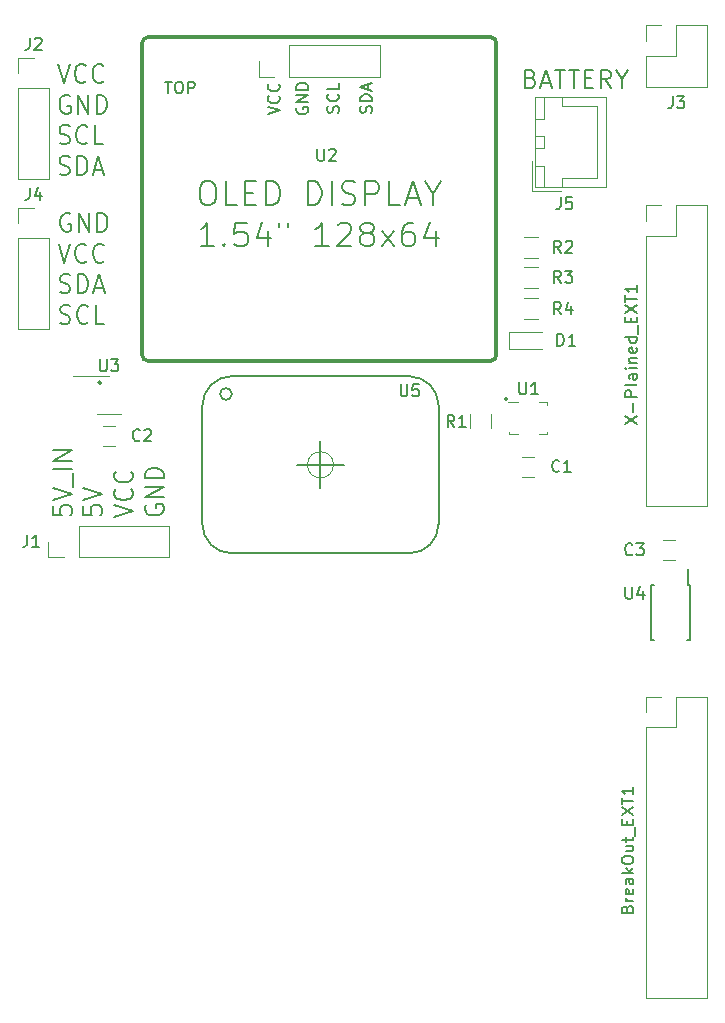
<source format=gbr>
G04 #@! TF.GenerationSoftware,KiCad,Pcbnew,(5.0.0)*
G04 #@! TF.CreationDate,2019-01-20T19:44:52-05:00*
G04 #@! TF.ProjectId,AVR_LCD 2.0,4156525F4C434420322E302E6B696361,rev?*
G04 #@! TF.SameCoordinates,Original*
G04 #@! TF.FileFunction,Legend,Top*
G04 #@! TF.FilePolarity,Positive*
%FSLAX46Y46*%
G04 Gerber Fmt 4.6, Leading zero omitted, Abs format (unit mm)*
G04 Created by KiCad (PCBNEW (5.0.0)) date 01/20/19 19:44:52*
%MOMM*%
%LPD*%
G01*
G04 APERTURE LIST*
%ADD10C,0.200000*%
%ADD11C,0.150000*%
%ADD12C,0.120000*%
%ADD13C,0.100000*%
%ADD14C,0.300000*%
G04 APERTURE END LIST*
D10*
X100240000Y-58292857D02*
X100454285Y-58364285D01*
X100525714Y-58435714D01*
X100597142Y-58578571D01*
X100597142Y-58792857D01*
X100525714Y-58935714D01*
X100454285Y-59007142D01*
X100311428Y-59078571D01*
X99740000Y-59078571D01*
X99740000Y-57578571D01*
X100240000Y-57578571D01*
X100382857Y-57650000D01*
X100454285Y-57721428D01*
X100525714Y-57864285D01*
X100525714Y-58007142D01*
X100454285Y-58150000D01*
X100382857Y-58221428D01*
X100240000Y-58292857D01*
X99740000Y-58292857D01*
X101168571Y-58650000D02*
X101882857Y-58650000D01*
X101025714Y-59078571D02*
X101525714Y-57578571D01*
X102025714Y-59078571D01*
X102311428Y-57578571D02*
X103168571Y-57578571D01*
X102740000Y-59078571D02*
X102740000Y-57578571D01*
X103454285Y-57578571D02*
X104311428Y-57578571D01*
X103882857Y-59078571D02*
X103882857Y-57578571D01*
X104811428Y-58292857D02*
X105311428Y-58292857D01*
X105525714Y-59078571D02*
X104811428Y-59078571D01*
X104811428Y-57578571D01*
X105525714Y-57578571D01*
X107025714Y-59078571D02*
X106525714Y-58364285D01*
X106168571Y-59078571D02*
X106168571Y-57578571D01*
X106740000Y-57578571D01*
X106882857Y-57650000D01*
X106954285Y-57721428D01*
X107025714Y-57864285D01*
X107025714Y-58078571D01*
X106954285Y-58221428D01*
X106882857Y-58292857D01*
X106740000Y-58364285D01*
X106168571Y-58364285D01*
X107954285Y-58364285D02*
X107954285Y-59078571D01*
X107454285Y-57578571D02*
X107954285Y-58364285D01*
X108454285Y-57578571D01*
X59763809Y-94498571D02*
X59763809Y-95212857D01*
X60525714Y-95284285D01*
X60449523Y-95212857D01*
X60373333Y-95070000D01*
X60373333Y-94712857D01*
X60449523Y-94570000D01*
X60525714Y-94498571D01*
X60678095Y-94427142D01*
X61059047Y-94427142D01*
X61211428Y-94498571D01*
X61287619Y-94570000D01*
X61363809Y-94712857D01*
X61363809Y-95070000D01*
X61287619Y-95212857D01*
X61211428Y-95284285D01*
X59763809Y-93998571D02*
X61363809Y-93498571D01*
X59763809Y-92998571D01*
X61516190Y-92855714D02*
X61516190Y-91712857D01*
X61363809Y-91355714D02*
X59763809Y-91355714D01*
X61363809Y-90641428D02*
X59763809Y-90641428D01*
X61363809Y-89784285D01*
X59763809Y-89784285D01*
X62363809Y-94498571D02*
X62363809Y-95212857D01*
X63125714Y-95284285D01*
X63049523Y-95212857D01*
X62973333Y-95070000D01*
X62973333Y-94712857D01*
X63049523Y-94570000D01*
X63125714Y-94498571D01*
X63278095Y-94427142D01*
X63659047Y-94427142D01*
X63811428Y-94498571D01*
X63887619Y-94570000D01*
X63963809Y-94712857D01*
X63963809Y-95070000D01*
X63887619Y-95212857D01*
X63811428Y-95284285D01*
X62363809Y-93998571D02*
X63963809Y-93498571D01*
X62363809Y-92998571D01*
X64963809Y-95427142D02*
X66563809Y-94927142D01*
X64963809Y-94427142D01*
X66411428Y-93070000D02*
X66487619Y-93141428D01*
X66563809Y-93355714D01*
X66563809Y-93498571D01*
X66487619Y-93712857D01*
X66335238Y-93855714D01*
X66182857Y-93927142D01*
X65878095Y-93998571D01*
X65649523Y-93998571D01*
X65344761Y-93927142D01*
X65192380Y-93855714D01*
X65040000Y-93712857D01*
X64963809Y-93498571D01*
X64963809Y-93355714D01*
X65040000Y-93141428D01*
X65116190Y-93070000D01*
X66411428Y-91570000D02*
X66487619Y-91641428D01*
X66563809Y-91855714D01*
X66563809Y-91998571D01*
X66487619Y-92212857D01*
X66335238Y-92355714D01*
X66182857Y-92427142D01*
X65878095Y-92498571D01*
X65649523Y-92498571D01*
X65344761Y-92427142D01*
X65192380Y-92355714D01*
X65040000Y-92212857D01*
X64963809Y-91998571D01*
X64963809Y-91855714D01*
X65040000Y-91641428D01*
X65116190Y-91570000D01*
X67640000Y-94427142D02*
X67563809Y-94570000D01*
X67563809Y-94784285D01*
X67640000Y-94998571D01*
X67792380Y-95141428D01*
X67944761Y-95212857D01*
X68249523Y-95284285D01*
X68478095Y-95284285D01*
X68782857Y-95212857D01*
X68935238Y-95141428D01*
X69087619Y-94998571D01*
X69163809Y-94784285D01*
X69163809Y-94641428D01*
X69087619Y-94427142D01*
X69011428Y-94355714D01*
X68478095Y-94355714D01*
X68478095Y-94641428D01*
X69163809Y-93712857D02*
X67563809Y-93712857D01*
X69163809Y-92855714D01*
X67563809Y-92855714D01*
X69163809Y-92141428D02*
X67563809Y-92141428D01*
X67563809Y-91784285D01*
X67640000Y-91570000D01*
X67792380Y-91427142D01*
X67944761Y-91355714D01*
X68249523Y-91284285D01*
X68478095Y-91284285D01*
X68782857Y-91355714D01*
X68935238Y-91427142D01*
X69087619Y-91570000D01*
X69163809Y-91784285D01*
X69163809Y-92141428D01*
X63898114Y-84050000D02*
G75*
G03X63898114Y-84050000I-158114J0D01*
G01*
X61262857Y-69750000D02*
X61120000Y-69673809D01*
X60905714Y-69673809D01*
X60691428Y-69750000D01*
X60548571Y-69902380D01*
X60477142Y-70054761D01*
X60405714Y-70359523D01*
X60405714Y-70588095D01*
X60477142Y-70892857D01*
X60548571Y-71045238D01*
X60691428Y-71197619D01*
X60905714Y-71273809D01*
X61048571Y-71273809D01*
X61262857Y-71197619D01*
X61334285Y-71121428D01*
X61334285Y-70588095D01*
X61048571Y-70588095D01*
X61977142Y-71273809D02*
X61977142Y-69673809D01*
X62834285Y-71273809D01*
X62834285Y-69673809D01*
X63548571Y-71273809D02*
X63548571Y-69673809D01*
X63905714Y-69673809D01*
X64120000Y-69750000D01*
X64262857Y-69902380D01*
X64334285Y-70054761D01*
X64405714Y-70359523D01*
X64405714Y-70588095D01*
X64334285Y-70892857D01*
X64262857Y-71045238D01*
X64120000Y-71197619D01*
X63905714Y-71273809D01*
X63548571Y-71273809D01*
X60262857Y-72273809D02*
X60762857Y-73873809D01*
X61262857Y-72273809D01*
X62620000Y-73721428D02*
X62548571Y-73797619D01*
X62334285Y-73873809D01*
X62191428Y-73873809D01*
X61977142Y-73797619D01*
X61834285Y-73645238D01*
X61762857Y-73492857D01*
X61691428Y-73188095D01*
X61691428Y-72959523D01*
X61762857Y-72654761D01*
X61834285Y-72502380D01*
X61977142Y-72350000D01*
X62191428Y-72273809D01*
X62334285Y-72273809D01*
X62548571Y-72350000D01*
X62620000Y-72426190D01*
X64120000Y-73721428D02*
X64048571Y-73797619D01*
X63834285Y-73873809D01*
X63691428Y-73873809D01*
X63477142Y-73797619D01*
X63334285Y-73645238D01*
X63262857Y-73492857D01*
X63191428Y-73188095D01*
X63191428Y-72959523D01*
X63262857Y-72654761D01*
X63334285Y-72502380D01*
X63477142Y-72350000D01*
X63691428Y-72273809D01*
X63834285Y-72273809D01*
X64048571Y-72350000D01*
X64120000Y-72426190D01*
X60405714Y-76397619D02*
X60620000Y-76473809D01*
X60977142Y-76473809D01*
X61120000Y-76397619D01*
X61191428Y-76321428D01*
X61262857Y-76169047D01*
X61262857Y-76016666D01*
X61191428Y-75864285D01*
X61120000Y-75788095D01*
X60977142Y-75711904D01*
X60691428Y-75635714D01*
X60548571Y-75559523D01*
X60477142Y-75483333D01*
X60405714Y-75330952D01*
X60405714Y-75178571D01*
X60477142Y-75026190D01*
X60548571Y-74950000D01*
X60691428Y-74873809D01*
X61048571Y-74873809D01*
X61262857Y-74950000D01*
X61905714Y-76473809D02*
X61905714Y-74873809D01*
X62262857Y-74873809D01*
X62477142Y-74950000D01*
X62620000Y-75102380D01*
X62691428Y-75254761D01*
X62762857Y-75559523D01*
X62762857Y-75788095D01*
X62691428Y-76092857D01*
X62620000Y-76245238D01*
X62477142Y-76397619D01*
X62262857Y-76473809D01*
X61905714Y-76473809D01*
X63334285Y-76016666D02*
X64048571Y-76016666D01*
X63191428Y-76473809D02*
X63691428Y-74873809D01*
X64191428Y-76473809D01*
X60405714Y-78997619D02*
X60620000Y-79073809D01*
X60977142Y-79073809D01*
X61120000Y-78997619D01*
X61191428Y-78921428D01*
X61262857Y-78769047D01*
X61262857Y-78616666D01*
X61191428Y-78464285D01*
X61120000Y-78388095D01*
X60977142Y-78311904D01*
X60691428Y-78235714D01*
X60548571Y-78159523D01*
X60477142Y-78083333D01*
X60405714Y-77930952D01*
X60405714Y-77778571D01*
X60477142Y-77626190D01*
X60548571Y-77550000D01*
X60691428Y-77473809D01*
X61048571Y-77473809D01*
X61262857Y-77550000D01*
X62762857Y-78921428D02*
X62691428Y-78997619D01*
X62477142Y-79073809D01*
X62334285Y-79073809D01*
X62120000Y-78997619D01*
X61977142Y-78845238D01*
X61905714Y-78692857D01*
X61834285Y-78388095D01*
X61834285Y-78159523D01*
X61905714Y-77854761D01*
X61977142Y-77702380D01*
X62120000Y-77550000D01*
X62334285Y-77473809D01*
X62477142Y-77473809D01*
X62691428Y-77550000D01*
X62762857Y-77626190D01*
X64120000Y-79073809D02*
X63405714Y-79073809D01*
X63405714Y-77473809D01*
X60212857Y-57073809D02*
X60712857Y-58673809D01*
X61212857Y-57073809D01*
X62570000Y-58521428D02*
X62498571Y-58597619D01*
X62284285Y-58673809D01*
X62141428Y-58673809D01*
X61927142Y-58597619D01*
X61784285Y-58445238D01*
X61712857Y-58292857D01*
X61641428Y-57988095D01*
X61641428Y-57759523D01*
X61712857Y-57454761D01*
X61784285Y-57302380D01*
X61927142Y-57150000D01*
X62141428Y-57073809D01*
X62284285Y-57073809D01*
X62498571Y-57150000D01*
X62570000Y-57226190D01*
X64070000Y-58521428D02*
X63998571Y-58597619D01*
X63784285Y-58673809D01*
X63641428Y-58673809D01*
X63427142Y-58597619D01*
X63284285Y-58445238D01*
X63212857Y-58292857D01*
X63141428Y-57988095D01*
X63141428Y-57759523D01*
X63212857Y-57454761D01*
X63284285Y-57302380D01*
X63427142Y-57150000D01*
X63641428Y-57073809D01*
X63784285Y-57073809D01*
X63998571Y-57150000D01*
X64070000Y-57226190D01*
X61212857Y-59750000D02*
X61070000Y-59673809D01*
X60855714Y-59673809D01*
X60641428Y-59750000D01*
X60498571Y-59902380D01*
X60427142Y-60054761D01*
X60355714Y-60359523D01*
X60355714Y-60588095D01*
X60427142Y-60892857D01*
X60498571Y-61045238D01*
X60641428Y-61197619D01*
X60855714Y-61273809D01*
X60998571Y-61273809D01*
X61212857Y-61197619D01*
X61284285Y-61121428D01*
X61284285Y-60588095D01*
X60998571Y-60588095D01*
X61927142Y-61273809D02*
X61927142Y-59673809D01*
X62784285Y-61273809D01*
X62784285Y-59673809D01*
X63498571Y-61273809D02*
X63498571Y-59673809D01*
X63855714Y-59673809D01*
X64070000Y-59750000D01*
X64212857Y-59902380D01*
X64284285Y-60054761D01*
X64355714Y-60359523D01*
X64355714Y-60588095D01*
X64284285Y-60892857D01*
X64212857Y-61045238D01*
X64070000Y-61197619D01*
X63855714Y-61273809D01*
X63498571Y-61273809D01*
X60355714Y-63797619D02*
X60570000Y-63873809D01*
X60927142Y-63873809D01*
X61070000Y-63797619D01*
X61141428Y-63721428D01*
X61212857Y-63569047D01*
X61212857Y-63416666D01*
X61141428Y-63264285D01*
X61070000Y-63188095D01*
X60927142Y-63111904D01*
X60641428Y-63035714D01*
X60498571Y-62959523D01*
X60427142Y-62883333D01*
X60355714Y-62730952D01*
X60355714Y-62578571D01*
X60427142Y-62426190D01*
X60498571Y-62350000D01*
X60641428Y-62273809D01*
X60998571Y-62273809D01*
X61212857Y-62350000D01*
X62712857Y-63721428D02*
X62641428Y-63797619D01*
X62427142Y-63873809D01*
X62284285Y-63873809D01*
X62070000Y-63797619D01*
X61927142Y-63645238D01*
X61855714Y-63492857D01*
X61784285Y-63188095D01*
X61784285Y-62959523D01*
X61855714Y-62654761D01*
X61927142Y-62502380D01*
X62070000Y-62350000D01*
X62284285Y-62273809D01*
X62427142Y-62273809D01*
X62641428Y-62350000D01*
X62712857Y-62426190D01*
X64070000Y-63873809D02*
X63355714Y-63873809D01*
X63355714Y-62273809D01*
X60355714Y-66397619D02*
X60570000Y-66473809D01*
X60927142Y-66473809D01*
X61070000Y-66397619D01*
X61141428Y-66321428D01*
X61212857Y-66169047D01*
X61212857Y-66016666D01*
X61141428Y-65864285D01*
X61070000Y-65788095D01*
X60927142Y-65711904D01*
X60641428Y-65635714D01*
X60498571Y-65559523D01*
X60427142Y-65483333D01*
X60355714Y-65330952D01*
X60355714Y-65178571D01*
X60427142Y-65026190D01*
X60498571Y-64950000D01*
X60641428Y-64873809D01*
X60998571Y-64873809D01*
X61212857Y-64950000D01*
X61855714Y-66473809D02*
X61855714Y-64873809D01*
X62212857Y-64873809D01*
X62427142Y-64950000D01*
X62570000Y-65102380D01*
X62641428Y-65254761D01*
X62712857Y-65559523D01*
X62712857Y-65788095D01*
X62641428Y-66092857D01*
X62570000Y-66245238D01*
X62427142Y-66397619D01*
X62212857Y-66473809D01*
X61855714Y-66473809D01*
X63284285Y-66016666D02*
X63998571Y-66016666D01*
X63141428Y-66473809D02*
X63641428Y-64873809D01*
X64141428Y-66473809D01*
D11*
X98256500Y-85434500D02*
G75*
G03X98256500Y-85434500I-127000J0D01*
G01*
D12*
G04 #@! TO.C,BreakOut_EXT1*
X109970000Y-110620000D02*
X111300000Y-110620000D01*
X109970000Y-111950000D02*
X109970000Y-110620000D01*
X112570000Y-110620000D02*
X115170000Y-110620000D01*
X112570000Y-113220000D02*
X112570000Y-110620000D01*
X109970000Y-113220000D02*
X112570000Y-113220000D01*
X115170000Y-110620000D02*
X115170000Y-136140000D01*
X109970000Y-113220000D02*
X109970000Y-136140000D01*
X109970000Y-136140000D02*
X115170000Y-136140000D01*
G04 #@! TO.C,C1*
X99534000Y-91999500D02*
X100534000Y-91999500D01*
X100534000Y-90299500D02*
X99534000Y-90299500D01*
G04 #@! TO.C,C2*
X64040000Y-89400000D02*
X65040000Y-89400000D01*
X65040000Y-87700000D02*
X64040000Y-87700000D01*
G04 #@! TO.C,C3*
X112424000Y-97357000D02*
X111424000Y-97357000D01*
X111424000Y-99057000D02*
X112424000Y-99057000D01*
G04 #@! TO.C,D1*
X98425000Y-79764000D02*
X101225000Y-79764000D01*
X98425000Y-81164000D02*
X101225000Y-81164000D01*
X98425000Y-79764000D02*
X98425000Y-81164000D01*
G04 #@! TO.C,J1*
X59370000Y-98830000D02*
X59370000Y-97500000D01*
X60700000Y-98830000D02*
X59370000Y-98830000D01*
X61970000Y-98830000D02*
X61970000Y-96170000D01*
X61970000Y-96170000D02*
X69650000Y-96170000D01*
X61970000Y-98830000D02*
X69650000Y-98830000D01*
X69650000Y-98830000D02*
X69650000Y-96170000D01*
G04 #@! TO.C,J2*
X56830000Y-56530000D02*
X58160000Y-56530000D01*
X56830000Y-57860000D02*
X56830000Y-56530000D01*
X56830000Y-59130000D02*
X59490000Y-59130000D01*
X59490000Y-59130000D02*
X59490000Y-66810000D01*
X56830000Y-59130000D02*
X56830000Y-66810000D01*
X56830000Y-66810000D02*
X59490000Y-66810000D01*
G04 #@! TO.C,J3*
X109970000Y-53780000D02*
X111300000Y-53780000D01*
X109970000Y-55110000D02*
X109970000Y-53780000D01*
X112570000Y-53780000D02*
X115170000Y-53780000D01*
X112570000Y-56380000D02*
X112570000Y-53780000D01*
X109970000Y-56380000D02*
X112570000Y-56380000D01*
X115170000Y-53780000D02*
X115170000Y-58980000D01*
X109970000Y-56380000D02*
X109970000Y-58980000D01*
X109970000Y-58980000D02*
X115170000Y-58980000D01*
G04 #@! TO.C,J4*
X56830000Y-79510000D02*
X59490000Y-79510000D01*
X56830000Y-71830000D02*
X56830000Y-79510000D01*
X59490000Y-71830000D02*
X59490000Y-79510000D01*
X56830000Y-71830000D02*
X59490000Y-71830000D01*
X56830000Y-70560000D02*
X56830000Y-69230000D01*
X56830000Y-69230000D02*
X58160000Y-69230000D01*
G04 #@! TO.C,J5*
X100340000Y-67800000D02*
X102840000Y-67800000D01*
X100340000Y-65300000D02*
X100340000Y-67800000D01*
X105840000Y-60650000D02*
X105840000Y-63700000D01*
X102890000Y-60650000D02*
X105840000Y-60650000D01*
X102890000Y-59900000D02*
X102890000Y-60650000D01*
X105840000Y-66750000D02*
X105840000Y-63700000D01*
X102890000Y-66750000D02*
X105840000Y-66750000D01*
X102890000Y-67500000D02*
X102890000Y-66750000D01*
X100640000Y-59900000D02*
X100640000Y-61700000D01*
X101390000Y-59900000D02*
X100640000Y-59900000D01*
X101390000Y-61700000D02*
X101390000Y-59900000D01*
X100640000Y-61700000D02*
X101390000Y-61700000D01*
X100640000Y-65700000D02*
X100640000Y-67500000D01*
X101390000Y-65700000D02*
X100640000Y-65700000D01*
X101390000Y-67500000D02*
X101390000Y-65700000D01*
X100640000Y-67500000D02*
X101390000Y-67500000D01*
X100640000Y-63200000D02*
X100640000Y-64200000D01*
X101390000Y-63200000D02*
X100640000Y-63200000D01*
X101390000Y-64200000D02*
X101390000Y-63200000D01*
X100640000Y-64200000D02*
X101390000Y-64200000D01*
X100640000Y-59900000D02*
X100640000Y-67500000D01*
X106590000Y-59900000D02*
X100640000Y-59900000D01*
X106590000Y-67500000D02*
X106590000Y-59900000D01*
X100640000Y-67500000D02*
X106590000Y-67500000D01*
G04 #@! TO.C,R1*
X95090500Y-87873500D02*
X95090500Y-86673500D01*
X96850500Y-86673500D02*
X96850500Y-87873500D01*
G04 #@! TO.C,R2*
X100843000Y-73470000D02*
X99643000Y-73470000D01*
X99643000Y-71710000D02*
X100843000Y-71710000D01*
G04 #@! TO.C,R3*
X99643000Y-74250000D02*
X100843000Y-74250000D01*
X100843000Y-76010000D02*
X99643000Y-76010000D01*
G04 #@! TO.C,R4*
X100843000Y-78677000D02*
X99643000Y-78677000D01*
X99643000Y-76917000D02*
X100843000Y-76917000D01*
D13*
G04 #@! TO.C,U1*
X101642000Y-85723500D02*
X101642000Y-85943500D01*
X100922000Y-85723500D02*
X101642000Y-85723500D01*
X101642000Y-88423500D02*
X100922000Y-88423500D01*
X101642000Y-88203500D02*
X101642000Y-88423500D01*
X98442000Y-88423500D02*
X98442000Y-88203500D01*
X98442000Y-88423500D02*
X99162000Y-88423500D01*
X98342000Y-85723500D02*
X99162000Y-85723500D01*
D12*
G04 #@! TO.C,U2*
X77210000Y-58130000D02*
X77210000Y-56800000D01*
X78540000Y-58130000D02*
X77210000Y-58130000D01*
X79810000Y-58130000D02*
X79810000Y-55470000D01*
X79810000Y-55470000D02*
X87490000Y-55470000D01*
X79810000Y-58130000D02*
X87490000Y-58130000D01*
X87490000Y-58130000D02*
X87490000Y-55470000D01*
D14*
X78540000Y-54800000D02*
X90240000Y-54800000D01*
X96840000Y-54800000D02*
X90240000Y-54800000D01*
X96840000Y-54800000D02*
G75*
G02X97340000Y-55300000I0J-500000D01*
G01*
X67840000Y-54800000D02*
X78540000Y-54800000D01*
X67340000Y-55300000D02*
G75*
G02X67840000Y-54800000I500000J0D01*
G01*
X82940000Y-82200000D02*
X85140000Y-82200000D01*
X85140000Y-82200000D02*
X85340000Y-82200000D01*
X97340000Y-81700000D02*
G75*
G02X96840000Y-82200000I-500000J0D01*
G01*
X96840000Y-82200000D02*
X86140000Y-82200000D01*
X67840000Y-82200000D02*
G75*
G02X67340000Y-81700000I0J500000D01*
G01*
X67840000Y-82200000D02*
X74440000Y-82200000D01*
X86140000Y-82200000D02*
X74440000Y-82200000D01*
X97340000Y-55300000D02*
X97340000Y-81700000D01*
X67340000Y-81700000D02*
X67340000Y-55300000D01*
D11*
G04 #@! TO.C,U4*
X113592000Y-101216000D02*
X113592000Y-99866000D01*
X110442000Y-101216000D02*
X110442000Y-105866000D01*
X113692000Y-101216000D02*
X113692000Y-105866000D01*
X110442000Y-101216000D02*
X110642000Y-101216000D01*
X110442000Y-105866000D02*
X110642000Y-105866000D01*
X113692000Y-105866000D02*
X113492000Y-105866000D01*
X113692000Y-101216000D02*
X113592000Y-101216000D01*
G04 #@! TO.C,U5*
X74940000Y-85000000D02*
G75*
G03X74940000Y-85000000I-500000J0D01*
G01*
X72440000Y-96000000D02*
X72440000Y-86000000D01*
X89940000Y-98500000D02*
X74940000Y-98500000D01*
X92440000Y-86000000D02*
X92440000Y-96000000D01*
X89940000Y-83500000D02*
X74940000Y-83500000D01*
X89940000Y-83500000D02*
G75*
G02X92440000Y-86000000I0J-2500000D01*
G01*
X92440000Y-96000000D02*
G75*
G02X89940000Y-98500000I-2500000J0D01*
G01*
X74940000Y-98500000D02*
G75*
G02X72440000Y-96000000I0J2500000D01*
G01*
X72440000Y-86000000D02*
G75*
G02X74940000Y-83500000I2500000J0D01*
G01*
D10*
X84440000Y-91000000D02*
X80440000Y-91000000D01*
X82440000Y-89000000D02*
X82440000Y-93000000D01*
D13*
X83541136Y-91000000D02*
G75*
G03X83541136Y-91000000I-1101136J0D01*
G01*
D12*
G04 #@! TO.C,X-Plained_EXT1*
X109970000Y-94530000D02*
X115170000Y-94530000D01*
X109970000Y-71610000D02*
X109970000Y-94530000D01*
X115170000Y-69010000D02*
X115170000Y-94530000D01*
X109970000Y-71610000D02*
X112570000Y-71610000D01*
X112570000Y-71610000D02*
X112570000Y-69010000D01*
X112570000Y-69010000D02*
X115170000Y-69010000D01*
X109970000Y-70340000D02*
X109970000Y-69010000D01*
X109970000Y-69010000D02*
X111300000Y-69010000D01*
G04 #@! TO.C,U3*
X64529000Y-83502000D02*
X61529000Y-83502000D01*
X65529000Y-86742000D02*
X63529000Y-86742000D01*
G04 #@! TO.C,BreakOut_EXT1*
D11*
X108418571Y-128602380D02*
X108466190Y-128459523D01*
X108513809Y-128411904D01*
X108609047Y-128364285D01*
X108751904Y-128364285D01*
X108847142Y-128411904D01*
X108894761Y-128459523D01*
X108942380Y-128554761D01*
X108942380Y-128935714D01*
X107942380Y-128935714D01*
X107942380Y-128602380D01*
X107990000Y-128507142D01*
X108037619Y-128459523D01*
X108132857Y-128411904D01*
X108228095Y-128411904D01*
X108323333Y-128459523D01*
X108370952Y-128507142D01*
X108418571Y-128602380D01*
X108418571Y-128935714D01*
X108942380Y-127935714D02*
X108275714Y-127935714D01*
X108466190Y-127935714D02*
X108370952Y-127888095D01*
X108323333Y-127840476D01*
X108275714Y-127745238D01*
X108275714Y-127650000D01*
X108894761Y-126935714D02*
X108942380Y-127030952D01*
X108942380Y-127221428D01*
X108894761Y-127316666D01*
X108799523Y-127364285D01*
X108418571Y-127364285D01*
X108323333Y-127316666D01*
X108275714Y-127221428D01*
X108275714Y-127030952D01*
X108323333Y-126935714D01*
X108418571Y-126888095D01*
X108513809Y-126888095D01*
X108609047Y-127364285D01*
X108942380Y-126030952D02*
X108418571Y-126030952D01*
X108323333Y-126078571D01*
X108275714Y-126173809D01*
X108275714Y-126364285D01*
X108323333Y-126459523D01*
X108894761Y-126030952D02*
X108942380Y-126126190D01*
X108942380Y-126364285D01*
X108894761Y-126459523D01*
X108799523Y-126507142D01*
X108704285Y-126507142D01*
X108609047Y-126459523D01*
X108561428Y-126364285D01*
X108561428Y-126126190D01*
X108513809Y-126030952D01*
X108942380Y-125554761D02*
X107942380Y-125554761D01*
X108561428Y-125459523D02*
X108942380Y-125173809D01*
X108275714Y-125173809D02*
X108656666Y-125554761D01*
X107942380Y-124554761D02*
X107942380Y-124364285D01*
X107990000Y-124269047D01*
X108085238Y-124173809D01*
X108275714Y-124126190D01*
X108609047Y-124126190D01*
X108799523Y-124173809D01*
X108894761Y-124269047D01*
X108942380Y-124364285D01*
X108942380Y-124554761D01*
X108894761Y-124650000D01*
X108799523Y-124745238D01*
X108609047Y-124792857D01*
X108275714Y-124792857D01*
X108085238Y-124745238D01*
X107990000Y-124650000D01*
X107942380Y-124554761D01*
X108275714Y-123269047D02*
X108942380Y-123269047D01*
X108275714Y-123697619D02*
X108799523Y-123697619D01*
X108894761Y-123650000D01*
X108942380Y-123554761D01*
X108942380Y-123411904D01*
X108894761Y-123316666D01*
X108847142Y-123269047D01*
X108275714Y-122935714D02*
X108275714Y-122554761D01*
X107942380Y-122792857D02*
X108799523Y-122792857D01*
X108894761Y-122745238D01*
X108942380Y-122650000D01*
X108942380Y-122554761D01*
X109037619Y-122459523D02*
X109037619Y-121697619D01*
X108418571Y-121459523D02*
X108418571Y-121126190D01*
X108942380Y-120983333D02*
X108942380Y-121459523D01*
X107942380Y-121459523D01*
X107942380Y-120983333D01*
X107942380Y-120650000D02*
X108942380Y-119983333D01*
X107942380Y-119983333D02*
X108942380Y-120650000D01*
X107942380Y-119745238D02*
X107942380Y-119173809D01*
X108942380Y-119459523D02*
X107942380Y-119459523D01*
X108942380Y-118316666D02*
X108942380Y-118888095D01*
X108942380Y-118602380D02*
X107942380Y-118602380D01*
X108085238Y-118697619D01*
X108180476Y-118792857D01*
X108228095Y-118888095D01*
G04 #@! TO.C,C1*
X102661333Y-91506642D02*
X102613714Y-91554261D01*
X102470857Y-91601880D01*
X102375619Y-91601880D01*
X102232761Y-91554261D01*
X102137523Y-91459023D01*
X102089904Y-91363785D01*
X102042285Y-91173309D01*
X102042285Y-91030452D01*
X102089904Y-90839976D01*
X102137523Y-90744738D01*
X102232761Y-90649500D01*
X102375619Y-90601880D01*
X102470857Y-90601880D01*
X102613714Y-90649500D01*
X102661333Y-90697119D01*
X103613714Y-91601880D02*
X103042285Y-91601880D01*
X103328000Y-91601880D02*
X103328000Y-90601880D01*
X103232761Y-90744738D01*
X103137523Y-90839976D01*
X103042285Y-90887595D01*
G04 #@! TO.C,C2*
X67151333Y-88907142D02*
X67103714Y-88954761D01*
X66960857Y-89002380D01*
X66865619Y-89002380D01*
X66722761Y-88954761D01*
X66627523Y-88859523D01*
X66579904Y-88764285D01*
X66532285Y-88573809D01*
X66532285Y-88430952D01*
X66579904Y-88240476D01*
X66627523Y-88145238D01*
X66722761Y-88050000D01*
X66865619Y-88002380D01*
X66960857Y-88002380D01*
X67103714Y-88050000D01*
X67151333Y-88097619D01*
X67532285Y-88097619D02*
X67579904Y-88050000D01*
X67675142Y-88002380D01*
X67913238Y-88002380D01*
X68008476Y-88050000D01*
X68056095Y-88097619D01*
X68103714Y-88192857D01*
X68103714Y-88288095D01*
X68056095Y-88430952D01*
X67484666Y-89002380D01*
X68103714Y-89002380D01*
G04 #@! TO.C,C3*
X108852333Y-98564142D02*
X108804714Y-98611761D01*
X108661857Y-98659380D01*
X108566619Y-98659380D01*
X108423761Y-98611761D01*
X108328523Y-98516523D01*
X108280904Y-98421285D01*
X108233285Y-98230809D01*
X108233285Y-98087952D01*
X108280904Y-97897476D01*
X108328523Y-97802238D01*
X108423761Y-97707000D01*
X108566619Y-97659380D01*
X108661857Y-97659380D01*
X108804714Y-97707000D01*
X108852333Y-97754619D01*
X109185666Y-97659380D02*
X109804714Y-97659380D01*
X109471380Y-98040333D01*
X109614238Y-98040333D01*
X109709476Y-98087952D01*
X109757095Y-98135571D01*
X109804714Y-98230809D01*
X109804714Y-98468904D01*
X109757095Y-98564142D01*
X109709476Y-98611761D01*
X109614238Y-98659380D01*
X109328523Y-98659380D01*
X109233285Y-98611761D01*
X109185666Y-98564142D01*
G04 #@! TO.C,D1*
X102491904Y-80916380D02*
X102491904Y-79916380D01*
X102730000Y-79916380D01*
X102872857Y-79964000D01*
X102968095Y-80059238D01*
X103015714Y-80154476D01*
X103063333Y-80344952D01*
X103063333Y-80487809D01*
X103015714Y-80678285D01*
X102968095Y-80773523D01*
X102872857Y-80868761D01*
X102730000Y-80916380D01*
X102491904Y-80916380D01*
X104015714Y-80916380D02*
X103444285Y-80916380D01*
X103730000Y-80916380D02*
X103730000Y-79916380D01*
X103634761Y-80059238D01*
X103539523Y-80154476D01*
X103444285Y-80202095D01*
G04 #@! TO.C,J1*
X57606666Y-96952380D02*
X57606666Y-97666666D01*
X57559047Y-97809523D01*
X57463809Y-97904761D01*
X57320952Y-97952380D01*
X57225714Y-97952380D01*
X58606666Y-97952380D02*
X58035238Y-97952380D01*
X58320952Y-97952380D02*
X58320952Y-96952380D01*
X58225714Y-97095238D01*
X58130476Y-97190476D01*
X58035238Y-97238095D01*
G04 #@! TO.C,J2*
X57826666Y-54852380D02*
X57826666Y-55566666D01*
X57779047Y-55709523D01*
X57683809Y-55804761D01*
X57540952Y-55852380D01*
X57445714Y-55852380D01*
X58255238Y-54947619D02*
X58302857Y-54900000D01*
X58398095Y-54852380D01*
X58636190Y-54852380D01*
X58731428Y-54900000D01*
X58779047Y-54947619D01*
X58826666Y-55042857D01*
X58826666Y-55138095D01*
X58779047Y-55280952D01*
X58207619Y-55852380D01*
X58826666Y-55852380D01*
G04 #@! TO.C,J3*
X112256666Y-59802380D02*
X112256666Y-60516666D01*
X112209047Y-60659523D01*
X112113809Y-60754761D01*
X111970952Y-60802380D01*
X111875714Y-60802380D01*
X112637619Y-59802380D02*
X113256666Y-59802380D01*
X112923333Y-60183333D01*
X113066190Y-60183333D01*
X113161428Y-60230952D01*
X113209047Y-60278571D01*
X113256666Y-60373809D01*
X113256666Y-60611904D01*
X113209047Y-60707142D01*
X113161428Y-60754761D01*
X113066190Y-60802380D01*
X112780476Y-60802380D01*
X112685238Y-60754761D01*
X112637619Y-60707142D01*
G04 #@! TO.C,J4*
X57826666Y-67552380D02*
X57826666Y-68266666D01*
X57779047Y-68409523D01*
X57683809Y-68504761D01*
X57540952Y-68552380D01*
X57445714Y-68552380D01*
X58731428Y-67885714D02*
X58731428Y-68552380D01*
X58493333Y-67504761D02*
X58255238Y-68219047D01*
X58874285Y-68219047D01*
G04 #@! TO.C,J5*
X102766666Y-68352380D02*
X102766666Y-69066666D01*
X102719047Y-69209523D01*
X102623809Y-69304761D01*
X102480952Y-69352380D01*
X102385714Y-69352380D01*
X103719047Y-68352380D02*
X103242857Y-68352380D01*
X103195238Y-68828571D01*
X103242857Y-68780952D01*
X103338095Y-68733333D01*
X103576190Y-68733333D01*
X103671428Y-68780952D01*
X103719047Y-68828571D01*
X103766666Y-68923809D01*
X103766666Y-69161904D01*
X103719047Y-69257142D01*
X103671428Y-69304761D01*
X103576190Y-69352380D01*
X103338095Y-69352380D01*
X103242857Y-69304761D01*
X103195238Y-69257142D01*
G04 #@! TO.C,R1*
X93771833Y-87791880D02*
X93438500Y-87315690D01*
X93200404Y-87791880D02*
X93200404Y-86791880D01*
X93581357Y-86791880D01*
X93676595Y-86839500D01*
X93724214Y-86887119D01*
X93771833Y-86982357D01*
X93771833Y-87125214D01*
X93724214Y-87220452D01*
X93676595Y-87268071D01*
X93581357Y-87315690D01*
X93200404Y-87315690D01*
X94724214Y-87791880D02*
X94152785Y-87791880D01*
X94438500Y-87791880D02*
X94438500Y-86791880D01*
X94343261Y-86934738D01*
X94248023Y-87029976D01*
X94152785Y-87077595D01*
G04 #@! TO.C,R2*
X102809333Y-73042380D02*
X102476000Y-72566190D01*
X102237904Y-73042380D02*
X102237904Y-72042380D01*
X102618857Y-72042380D01*
X102714095Y-72090000D01*
X102761714Y-72137619D01*
X102809333Y-72232857D01*
X102809333Y-72375714D01*
X102761714Y-72470952D01*
X102714095Y-72518571D01*
X102618857Y-72566190D01*
X102237904Y-72566190D01*
X103190285Y-72137619D02*
X103237904Y-72090000D01*
X103333142Y-72042380D01*
X103571238Y-72042380D01*
X103666476Y-72090000D01*
X103714095Y-72137619D01*
X103761714Y-72232857D01*
X103761714Y-72328095D01*
X103714095Y-72470952D01*
X103142666Y-73042380D01*
X103761714Y-73042380D01*
G04 #@! TO.C,R3*
X102809333Y-75582380D02*
X102476000Y-75106190D01*
X102237904Y-75582380D02*
X102237904Y-74582380D01*
X102618857Y-74582380D01*
X102714095Y-74630000D01*
X102761714Y-74677619D01*
X102809333Y-74772857D01*
X102809333Y-74915714D01*
X102761714Y-75010952D01*
X102714095Y-75058571D01*
X102618857Y-75106190D01*
X102237904Y-75106190D01*
X103142666Y-74582380D02*
X103761714Y-74582380D01*
X103428380Y-74963333D01*
X103571238Y-74963333D01*
X103666476Y-75010952D01*
X103714095Y-75058571D01*
X103761714Y-75153809D01*
X103761714Y-75391904D01*
X103714095Y-75487142D01*
X103666476Y-75534761D01*
X103571238Y-75582380D01*
X103285523Y-75582380D01*
X103190285Y-75534761D01*
X103142666Y-75487142D01*
G04 #@! TO.C,R4*
X102809333Y-78249380D02*
X102476000Y-77773190D01*
X102237904Y-78249380D02*
X102237904Y-77249380D01*
X102618857Y-77249380D01*
X102714095Y-77297000D01*
X102761714Y-77344619D01*
X102809333Y-77439857D01*
X102809333Y-77582714D01*
X102761714Y-77677952D01*
X102714095Y-77725571D01*
X102618857Y-77773190D01*
X102237904Y-77773190D01*
X103666476Y-77582714D02*
X103666476Y-78249380D01*
X103428380Y-77201761D02*
X103190285Y-77916047D01*
X103809333Y-77916047D01*
G04 #@! TO.C,U1*
X99280095Y-84025880D02*
X99280095Y-84835404D01*
X99327714Y-84930642D01*
X99375333Y-84978261D01*
X99470571Y-85025880D01*
X99661047Y-85025880D01*
X99756285Y-84978261D01*
X99803904Y-84930642D01*
X99851523Y-84835404D01*
X99851523Y-84025880D01*
X100851523Y-85025880D02*
X100280095Y-85025880D01*
X100565809Y-85025880D02*
X100565809Y-84025880D01*
X100470571Y-84168738D01*
X100375333Y-84263976D01*
X100280095Y-84311595D01*
G04 #@! TO.C,U2*
X82178095Y-64252380D02*
X82178095Y-65061904D01*
X82225714Y-65157142D01*
X82273333Y-65204761D01*
X82368571Y-65252380D01*
X82559047Y-65252380D01*
X82654285Y-65204761D01*
X82701904Y-65157142D01*
X82749523Y-65061904D01*
X82749523Y-64252380D01*
X83178095Y-64347619D02*
X83225714Y-64300000D01*
X83320952Y-64252380D01*
X83559047Y-64252380D01*
X83654285Y-64300000D01*
X83701904Y-64347619D01*
X83749523Y-64442857D01*
X83749523Y-64538095D01*
X83701904Y-64680952D01*
X83130476Y-65252380D01*
X83749523Y-65252380D01*
X69280476Y-58552380D02*
X69851904Y-58552380D01*
X69566190Y-59552380D02*
X69566190Y-58552380D01*
X70375714Y-58552380D02*
X70566190Y-58552380D01*
X70661428Y-58600000D01*
X70756666Y-58695238D01*
X70804285Y-58885714D01*
X70804285Y-59219047D01*
X70756666Y-59409523D01*
X70661428Y-59504761D01*
X70566190Y-59552380D01*
X70375714Y-59552380D01*
X70280476Y-59504761D01*
X70185238Y-59409523D01*
X70137619Y-59219047D01*
X70137619Y-58885714D01*
X70185238Y-58695238D01*
X70280476Y-58600000D01*
X70375714Y-58552380D01*
X71232857Y-59552380D02*
X71232857Y-58552380D01*
X71613809Y-58552380D01*
X71709047Y-58600000D01*
X71756666Y-58647619D01*
X71804285Y-58742857D01*
X71804285Y-58885714D01*
X71756666Y-58980952D01*
X71709047Y-59028571D01*
X71613809Y-59076190D01*
X71232857Y-59076190D01*
X77992380Y-61333333D02*
X78992380Y-61000000D01*
X77992380Y-60666666D01*
X78897142Y-59761904D02*
X78944761Y-59809523D01*
X78992380Y-59952380D01*
X78992380Y-60047619D01*
X78944761Y-60190476D01*
X78849523Y-60285714D01*
X78754285Y-60333333D01*
X78563809Y-60380952D01*
X78420952Y-60380952D01*
X78230476Y-60333333D01*
X78135238Y-60285714D01*
X78040000Y-60190476D01*
X77992380Y-60047619D01*
X77992380Y-59952380D01*
X78040000Y-59809523D01*
X78087619Y-59761904D01*
X78897142Y-58761904D02*
X78944761Y-58809523D01*
X78992380Y-58952380D01*
X78992380Y-59047619D01*
X78944761Y-59190476D01*
X78849523Y-59285714D01*
X78754285Y-59333333D01*
X78563809Y-59380952D01*
X78420952Y-59380952D01*
X78230476Y-59333333D01*
X78135238Y-59285714D01*
X78040000Y-59190476D01*
X77992380Y-59047619D01*
X77992380Y-58952380D01*
X78040000Y-58809523D01*
X78087619Y-58761904D01*
X80440000Y-60761904D02*
X80392380Y-60857142D01*
X80392380Y-61000000D01*
X80440000Y-61142857D01*
X80535238Y-61238095D01*
X80630476Y-61285714D01*
X80820952Y-61333333D01*
X80963809Y-61333333D01*
X81154285Y-61285714D01*
X81249523Y-61238095D01*
X81344761Y-61142857D01*
X81392380Y-61000000D01*
X81392380Y-60904761D01*
X81344761Y-60761904D01*
X81297142Y-60714285D01*
X80963809Y-60714285D01*
X80963809Y-60904761D01*
X81392380Y-60285714D02*
X80392380Y-60285714D01*
X81392380Y-59714285D01*
X80392380Y-59714285D01*
X81392380Y-59238095D02*
X80392380Y-59238095D01*
X80392380Y-59000000D01*
X80440000Y-58857142D01*
X80535238Y-58761904D01*
X80630476Y-58714285D01*
X80820952Y-58666666D01*
X80963809Y-58666666D01*
X81154285Y-58714285D01*
X81249523Y-58761904D01*
X81344761Y-58857142D01*
X81392380Y-59000000D01*
X81392380Y-59238095D01*
X83944761Y-61190476D02*
X83992380Y-61047619D01*
X83992380Y-60809523D01*
X83944761Y-60714285D01*
X83897142Y-60666666D01*
X83801904Y-60619047D01*
X83706666Y-60619047D01*
X83611428Y-60666666D01*
X83563809Y-60714285D01*
X83516190Y-60809523D01*
X83468571Y-61000000D01*
X83420952Y-61095238D01*
X83373333Y-61142857D01*
X83278095Y-61190476D01*
X83182857Y-61190476D01*
X83087619Y-61142857D01*
X83040000Y-61095238D01*
X82992380Y-61000000D01*
X82992380Y-60761904D01*
X83040000Y-60619047D01*
X83897142Y-59619047D02*
X83944761Y-59666666D01*
X83992380Y-59809523D01*
X83992380Y-59904761D01*
X83944761Y-60047619D01*
X83849523Y-60142857D01*
X83754285Y-60190476D01*
X83563809Y-60238095D01*
X83420952Y-60238095D01*
X83230476Y-60190476D01*
X83135238Y-60142857D01*
X83040000Y-60047619D01*
X82992380Y-59904761D01*
X82992380Y-59809523D01*
X83040000Y-59666666D01*
X83087619Y-59619047D01*
X83992380Y-58714285D02*
X83992380Y-59190476D01*
X82992380Y-59190476D01*
X86744761Y-61214285D02*
X86792380Y-61071428D01*
X86792380Y-60833333D01*
X86744761Y-60738095D01*
X86697142Y-60690476D01*
X86601904Y-60642857D01*
X86506666Y-60642857D01*
X86411428Y-60690476D01*
X86363809Y-60738095D01*
X86316190Y-60833333D01*
X86268571Y-61023809D01*
X86220952Y-61119047D01*
X86173333Y-61166666D01*
X86078095Y-61214285D01*
X85982857Y-61214285D01*
X85887619Y-61166666D01*
X85840000Y-61119047D01*
X85792380Y-61023809D01*
X85792380Y-60785714D01*
X85840000Y-60642857D01*
X86792380Y-60214285D02*
X85792380Y-60214285D01*
X85792380Y-59976190D01*
X85840000Y-59833333D01*
X85935238Y-59738095D01*
X86030476Y-59690476D01*
X86220952Y-59642857D01*
X86363809Y-59642857D01*
X86554285Y-59690476D01*
X86649523Y-59738095D01*
X86744761Y-59833333D01*
X86792380Y-59976190D01*
X86792380Y-60214285D01*
X86506666Y-59261904D02*
X86506666Y-58785714D01*
X86792380Y-59357142D02*
X85792380Y-59023809D01*
X86792380Y-58690476D01*
X72720952Y-67004761D02*
X73101904Y-67004761D01*
X73292380Y-67100000D01*
X73482857Y-67290476D01*
X73578095Y-67671428D01*
X73578095Y-68338095D01*
X73482857Y-68719047D01*
X73292380Y-68909523D01*
X73101904Y-69004761D01*
X72720952Y-69004761D01*
X72530476Y-68909523D01*
X72340000Y-68719047D01*
X72244761Y-68338095D01*
X72244761Y-67671428D01*
X72340000Y-67290476D01*
X72530476Y-67100000D01*
X72720952Y-67004761D01*
X75387619Y-69004761D02*
X74435238Y-69004761D01*
X74435238Y-67004761D01*
X76054285Y-67957142D02*
X76720952Y-67957142D01*
X77006666Y-69004761D02*
X76054285Y-69004761D01*
X76054285Y-67004761D01*
X77006666Y-67004761D01*
X77863809Y-69004761D02*
X77863809Y-67004761D01*
X78340000Y-67004761D01*
X78625714Y-67100000D01*
X78816190Y-67290476D01*
X78911428Y-67480952D01*
X79006666Y-67861904D01*
X79006666Y-68147619D01*
X78911428Y-68528571D01*
X78816190Y-68719047D01*
X78625714Y-68909523D01*
X78340000Y-69004761D01*
X77863809Y-69004761D01*
X81387619Y-69004761D02*
X81387619Y-67004761D01*
X81863809Y-67004761D01*
X82149523Y-67100000D01*
X82340000Y-67290476D01*
X82435238Y-67480952D01*
X82530476Y-67861904D01*
X82530476Y-68147619D01*
X82435238Y-68528571D01*
X82340000Y-68719047D01*
X82149523Y-68909523D01*
X81863809Y-69004761D01*
X81387619Y-69004761D01*
X83387619Y-69004761D02*
X83387619Y-67004761D01*
X84244761Y-68909523D02*
X84530476Y-69004761D01*
X85006666Y-69004761D01*
X85197142Y-68909523D01*
X85292380Y-68814285D01*
X85387619Y-68623809D01*
X85387619Y-68433333D01*
X85292380Y-68242857D01*
X85197142Y-68147619D01*
X85006666Y-68052380D01*
X84625714Y-67957142D01*
X84435238Y-67861904D01*
X84340000Y-67766666D01*
X84244761Y-67576190D01*
X84244761Y-67385714D01*
X84340000Y-67195238D01*
X84435238Y-67100000D01*
X84625714Y-67004761D01*
X85101904Y-67004761D01*
X85387619Y-67100000D01*
X86244761Y-69004761D02*
X86244761Y-67004761D01*
X87006666Y-67004761D01*
X87197142Y-67100000D01*
X87292380Y-67195238D01*
X87387619Y-67385714D01*
X87387619Y-67671428D01*
X87292380Y-67861904D01*
X87197142Y-67957142D01*
X87006666Y-68052380D01*
X86244761Y-68052380D01*
X89197142Y-69004761D02*
X88244761Y-69004761D01*
X88244761Y-67004761D01*
X89768571Y-68433333D02*
X90720952Y-68433333D01*
X89578095Y-69004761D02*
X90244761Y-67004761D01*
X90911428Y-69004761D01*
X91959047Y-68052380D02*
X91959047Y-69004761D01*
X91292380Y-67004761D02*
X91959047Y-68052380D01*
X92625714Y-67004761D01*
X73435238Y-72504761D02*
X72292380Y-72504761D01*
X72863809Y-72504761D02*
X72863809Y-70504761D01*
X72673333Y-70790476D01*
X72482857Y-70980952D01*
X72292380Y-71076190D01*
X74292380Y-72314285D02*
X74387619Y-72409523D01*
X74292380Y-72504761D01*
X74197142Y-72409523D01*
X74292380Y-72314285D01*
X74292380Y-72504761D01*
X76197142Y-70504761D02*
X75244761Y-70504761D01*
X75149523Y-71457142D01*
X75244761Y-71361904D01*
X75435238Y-71266666D01*
X75911428Y-71266666D01*
X76101904Y-71361904D01*
X76197142Y-71457142D01*
X76292380Y-71647619D01*
X76292380Y-72123809D01*
X76197142Y-72314285D01*
X76101904Y-72409523D01*
X75911428Y-72504761D01*
X75435238Y-72504761D01*
X75244761Y-72409523D01*
X75149523Y-72314285D01*
X78006666Y-71171428D02*
X78006666Y-72504761D01*
X77530476Y-70409523D02*
X77054285Y-71838095D01*
X78292380Y-71838095D01*
X78959047Y-70504761D02*
X78959047Y-70885714D01*
X79720952Y-70504761D02*
X79720952Y-70885714D01*
X83149523Y-72504761D02*
X82006666Y-72504761D01*
X82578095Y-72504761D02*
X82578095Y-70504761D01*
X82387619Y-70790476D01*
X82197142Y-70980952D01*
X82006666Y-71076190D01*
X83911428Y-70695238D02*
X84006666Y-70600000D01*
X84197142Y-70504761D01*
X84673333Y-70504761D01*
X84863809Y-70600000D01*
X84959047Y-70695238D01*
X85054285Y-70885714D01*
X85054285Y-71076190D01*
X84959047Y-71361904D01*
X83816190Y-72504761D01*
X85054285Y-72504761D01*
X86197142Y-71361904D02*
X86006666Y-71266666D01*
X85911428Y-71171428D01*
X85816190Y-70980952D01*
X85816190Y-70885714D01*
X85911428Y-70695238D01*
X86006666Y-70600000D01*
X86197142Y-70504761D01*
X86578095Y-70504761D01*
X86768571Y-70600000D01*
X86863809Y-70695238D01*
X86959047Y-70885714D01*
X86959047Y-70980952D01*
X86863809Y-71171428D01*
X86768571Y-71266666D01*
X86578095Y-71361904D01*
X86197142Y-71361904D01*
X86006666Y-71457142D01*
X85911428Y-71552380D01*
X85816190Y-71742857D01*
X85816190Y-72123809D01*
X85911428Y-72314285D01*
X86006666Y-72409523D01*
X86197142Y-72504761D01*
X86578095Y-72504761D01*
X86768571Y-72409523D01*
X86863809Y-72314285D01*
X86959047Y-72123809D01*
X86959047Y-71742857D01*
X86863809Y-71552380D01*
X86768571Y-71457142D01*
X86578095Y-71361904D01*
X87625714Y-72504761D02*
X88673333Y-71171428D01*
X87625714Y-71171428D02*
X88673333Y-72504761D01*
X90292380Y-70504761D02*
X89911428Y-70504761D01*
X89720952Y-70600000D01*
X89625714Y-70695238D01*
X89435238Y-70980952D01*
X89340000Y-71361904D01*
X89340000Y-72123809D01*
X89435238Y-72314285D01*
X89530476Y-72409523D01*
X89720952Y-72504761D01*
X90101904Y-72504761D01*
X90292380Y-72409523D01*
X90387619Y-72314285D01*
X90482857Y-72123809D01*
X90482857Y-71647619D01*
X90387619Y-71457142D01*
X90292380Y-71361904D01*
X90101904Y-71266666D01*
X89720952Y-71266666D01*
X89530476Y-71361904D01*
X89435238Y-71457142D01*
X89340000Y-71647619D01*
X92197142Y-71171428D02*
X92197142Y-72504761D01*
X91720952Y-70409523D02*
X91244761Y-71838095D01*
X92482857Y-71838095D01*
G04 #@! TO.C,U4*
X108257095Y-101342380D02*
X108257095Y-102151904D01*
X108304714Y-102247142D01*
X108352333Y-102294761D01*
X108447571Y-102342380D01*
X108638047Y-102342380D01*
X108733285Y-102294761D01*
X108780904Y-102247142D01*
X108828523Y-102151904D01*
X108828523Y-101342380D01*
X109733285Y-101675714D02*
X109733285Y-102342380D01*
X109495190Y-101294761D02*
X109257095Y-102009047D01*
X109876142Y-102009047D01*
G04 #@! TO.C,U5*
X89228095Y-84202380D02*
X89228095Y-85011904D01*
X89275714Y-85107142D01*
X89323333Y-85154761D01*
X89418571Y-85202380D01*
X89609047Y-85202380D01*
X89704285Y-85154761D01*
X89751904Y-85107142D01*
X89799523Y-85011904D01*
X89799523Y-84202380D01*
X90751904Y-84202380D02*
X90275714Y-84202380D01*
X90228095Y-84678571D01*
X90275714Y-84630952D01*
X90370952Y-84583333D01*
X90609047Y-84583333D01*
X90704285Y-84630952D01*
X90751904Y-84678571D01*
X90799523Y-84773809D01*
X90799523Y-85011904D01*
X90751904Y-85107142D01*
X90704285Y-85154761D01*
X90609047Y-85202380D01*
X90370952Y-85202380D01*
X90275714Y-85154761D01*
X90228095Y-85107142D01*
G04 #@! TO.C,X-Plained_EXT1*
X108242380Y-87554761D02*
X109242380Y-86888095D01*
X108242380Y-86888095D02*
X109242380Y-87554761D01*
X108861428Y-86507142D02*
X108861428Y-85745238D01*
X109242380Y-85269047D02*
X108242380Y-85269047D01*
X108242380Y-84888095D01*
X108290000Y-84792857D01*
X108337619Y-84745238D01*
X108432857Y-84697619D01*
X108575714Y-84697619D01*
X108670952Y-84745238D01*
X108718571Y-84792857D01*
X108766190Y-84888095D01*
X108766190Y-85269047D01*
X109242380Y-84126190D02*
X109194761Y-84221428D01*
X109099523Y-84269047D01*
X108242380Y-84269047D01*
X109242380Y-83316666D02*
X108718571Y-83316666D01*
X108623333Y-83364285D01*
X108575714Y-83459523D01*
X108575714Y-83650000D01*
X108623333Y-83745238D01*
X109194761Y-83316666D02*
X109242380Y-83411904D01*
X109242380Y-83650000D01*
X109194761Y-83745238D01*
X109099523Y-83792857D01*
X109004285Y-83792857D01*
X108909047Y-83745238D01*
X108861428Y-83650000D01*
X108861428Y-83411904D01*
X108813809Y-83316666D01*
X109242380Y-82840476D02*
X108575714Y-82840476D01*
X108242380Y-82840476D02*
X108290000Y-82888095D01*
X108337619Y-82840476D01*
X108290000Y-82792857D01*
X108242380Y-82840476D01*
X108337619Y-82840476D01*
X108575714Y-82364285D02*
X109242380Y-82364285D01*
X108670952Y-82364285D02*
X108623333Y-82316666D01*
X108575714Y-82221428D01*
X108575714Y-82078571D01*
X108623333Y-81983333D01*
X108718571Y-81935714D01*
X109242380Y-81935714D01*
X109194761Y-81078571D02*
X109242380Y-81173809D01*
X109242380Y-81364285D01*
X109194761Y-81459523D01*
X109099523Y-81507142D01*
X108718571Y-81507142D01*
X108623333Y-81459523D01*
X108575714Y-81364285D01*
X108575714Y-81173809D01*
X108623333Y-81078571D01*
X108718571Y-81030952D01*
X108813809Y-81030952D01*
X108909047Y-81507142D01*
X109242380Y-80173809D02*
X108242380Y-80173809D01*
X109194761Y-80173809D02*
X109242380Y-80269047D01*
X109242380Y-80459523D01*
X109194761Y-80554761D01*
X109147142Y-80602380D01*
X109051904Y-80650000D01*
X108766190Y-80650000D01*
X108670952Y-80602380D01*
X108623333Y-80554761D01*
X108575714Y-80459523D01*
X108575714Y-80269047D01*
X108623333Y-80173809D01*
X109337619Y-79935714D02*
X109337619Y-79173809D01*
X108718571Y-78935714D02*
X108718571Y-78602380D01*
X109242380Y-78459523D02*
X109242380Y-78935714D01*
X108242380Y-78935714D01*
X108242380Y-78459523D01*
X108242380Y-78126190D02*
X109242380Y-77459523D01*
X108242380Y-77459523D02*
X109242380Y-78126190D01*
X108242380Y-77221428D02*
X108242380Y-76650000D01*
X109242380Y-76935714D02*
X108242380Y-76935714D01*
X109242380Y-75792857D02*
X109242380Y-76364285D01*
X109242380Y-76078571D02*
X108242380Y-76078571D01*
X108385238Y-76173809D01*
X108480476Y-76269047D01*
X108528095Y-76364285D01*
G04 #@! TO.C,U3*
X63767095Y-82074380D02*
X63767095Y-82883904D01*
X63814714Y-82979142D01*
X63862333Y-83026761D01*
X63957571Y-83074380D01*
X64148047Y-83074380D01*
X64243285Y-83026761D01*
X64290904Y-82979142D01*
X64338523Y-82883904D01*
X64338523Y-82074380D01*
X64719476Y-82074380D02*
X65338523Y-82074380D01*
X65005190Y-82455333D01*
X65148047Y-82455333D01*
X65243285Y-82502952D01*
X65290904Y-82550571D01*
X65338523Y-82645809D01*
X65338523Y-82883904D01*
X65290904Y-82979142D01*
X65243285Y-83026761D01*
X65148047Y-83074380D01*
X64862333Y-83074380D01*
X64767095Y-83026761D01*
X64719476Y-82979142D01*
G04 #@! TD*
M02*

</source>
